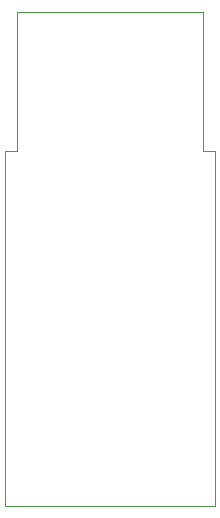
<source format=gbr>
G75*
%IPPOS*%
%FSLAX44Y44*%
%MOIN*%
%ADD10C,0.00100*%
%ADD11C,0.00200*%
%ADD12C,0.00400*%
%ADD13C,0.00800*%
%ADD14C,0.01500*%
%ADD15C,0.02500*%
%ADD16C,0.04000*%
%ADD17C,0.15000*%
%ADD18C,0.50000*%
%ADD19C,0.30000*%
%ADD20C,16.16080*%
%ADD21C,0.01180*%
%ADD22C,0.01970*%
%LNGB-OUTLINE*%
%LPD*%
G54D10*
X394Y16436D02*
Y11807D01*
X0D01*
Y0D01*
X6989D01*
Y11807D01*
X6595D01*
Y16436D01*
X394D01*
M02*


</source>
